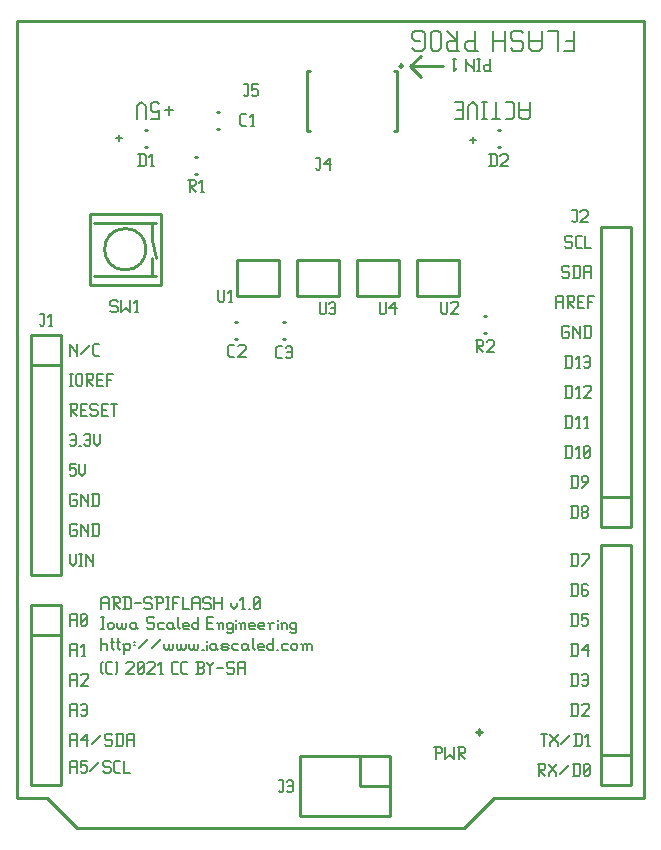
<source format=gbr>
G04 start of page 8 for group -4079 idx -4079 *
G04 Title: (unknown), topsilk *
G04 Creator: pcb 4.0.2 *
G04 CreationDate: Thu Oct 28 20:11:09 2021 UTC *
G04 For: ndholmes *
G04 Format: Gerber/RS-274X *
G04 PCB-Dimensions (mil): 2100.00 2700.00 *
G04 PCB-Coordinate-Origin: lower left *
%MOIN*%
%FSLAX25Y25*%
%LNTOPSILK*%
%ADD43C,0.0066*%
%ADD42C,0.0060*%
%ADD41C,0.0100*%
G54D41*X500Y269500D02*X209500D01*
Y10500D01*
X159500D02*X149500Y500D01*
X209500Y10500D02*X159500D01*
X153500Y32500D02*X155500D01*
X154500Y33500D02*Y31500D01*
X149500Y500D02*X20500D01*
X500Y10500D02*X10500D01*
X20500Y500D02*X10500Y10500D01*
X500D02*Y269500D01*
X131500Y254500D02*X142500D01*
X131500D02*X135000Y258000D01*
X131500Y254500D02*X135000Y251000D01*
G54D42*X18000Y22500D02*Y19000D01*
Y22500D02*X18500Y23000D01*
X20000D01*
X20500Y22500D01*
Y19000D01*
X18000Y21000D02*X20500D01*
X21700Y23000D02*X23700D01*
X21700D02*Y21000D01*
X22200Y21500D01*
X23200D01*
X23700Y21000D01*
Y19500D01*
X23200Y19000D02*X23700Y19500D01*
X22200Y19000D02*X23200D01*
X21700Y19500D02*X22200Y19000D01*
X24900Y19500D02*X27900Y22500D01*
X31100Y23000D02*X31600Y22500D01*
X29600Y23000D02*X31100D01*
X29100Y22500D02*X29600Y23000D01*
X29100Y22500D02*Y21500D01*
X29600Y21000D01*
X31100D01*
X31600Y20500D01*
Y19500D01*
X31100Y19000D02*X31600Y19500D01*
X29600Y19000D02*X31100D01*
X29100Y19500D02*X29600Y19000D01*
X33300D02*X34800D01*
X32800Y19500D02*X33300Y19000D01*
X32800Y22500D02*Y19500D01*
Y22500D02*X33300Y23000D01*
X34800D01*
X36000D02*Y19000D01*
X38000D01*
X18000Y31500D02*Y28000D01*
Y31500D02*X18500Y32000D01*
X20000D01*
X20500Y31500D01*
Y28000D01*
X18000Y30000D02*X20500D01*
X21700D02*X23700Y32000D01*
X21700Y30000D02*X24200D01*
X23700Y32000D02*Y28000D01*
X25400Y28500D02*X28400Y31500D01*
X31600Y32000D02*X32100Y31500D01*
X30100Y32000D02*X31600D01*
X29600Y31500D02*X30100Y32000D01*
X29600Y31500D02*Y30500D01*
X30100Y30000D01*
X31600D01*
X32100Y29500D01*
Y28500D01*
X31600Y28000D02*X32100Y28500D01*
X30100Y28000D02*X31600D01*
X29600Y28500D02*X30100Y28000D01*
X33800Y32000D02*Y28000D01*
X35300Y32000D02*X35800Y31500D01*
Y28500D01*
X35300Y28000D02*X35800Y28500D01*
X33300Y28000D02*X35300D01*
X33300Y32000D02*X35300D01*
X37000Y31500D02*Y28000D01*
Y31500D02*X37500Y32000D01*
X39000D01*
X39500Y31500D01*
Y28000D01*
X37000Y30000D02*X39500D01*
X18000Y41500D02*Y38000D01*
Y41500D02*X18500Y42000D01*
X20000D01*
X20500Y41500D01*
Y38000D01*
X18000Y40000D02*X20500D01*
X21700Y41500D02*X22200Y42000D01*
X23200D01*
X23700Y41500D01*
Y38500D01*
X23200Y38000D02*X23700Y38500D01*
X22200Y38000D02*X23200D01*
X21700Y38500D02*X22200Y38000D01*
Y40000D02*X23700D01*
X18000Y51500D02*Y48000D01*
Y51500D02*X18500Y52000D01*
X20000D01*
X20500Y51500D01*
Y48000D01*
X18000Y50000D02*X20500D01*
X21700Y51500D02*X22200Y52000D01*
X23700D01*
X24200Y51500D01*
Y50500D01*
X21700Y48000D02*X24200Y50500D01*
X21700Y48000D02*X24200D01*
X18000Y61500D02*Y58000D01*
Y61500D02*X18500Y62000D01*
X20000D01*
X20500Y61500D01*
Y58000D01*
X18000Y60000D02*X20500D01*
X22200Y58000D02*X23200D01*
X22700Y62000D02*Y58000D01*
X21700Y61000D02*X22700Y62000D01*
X18000Y71500D02*Y68000D01*
Y71500D02*X18500Y72000D01*
X20000D01*
X20500Y71500D01*
Y68000D01*
X18000Y70000D02*X20500D01*
X21700Y68500D02*X22200Y68000D01*
X21700Y71500D02*Y68500D01*
Y71500D02*X22200Y72000D01*
X23200D01*
X23700Y71500D01*
Y68500D01*
X23200Y68000D02*X23700Y68500D01*
X22200Y68000D02*X23200D01*
X21700Y69000D02*X23700Y71000D01*
X18000Y122000D02*X20000D01*
X18000D02*Y120000D01*
X18500Y120500D01*
X19500D01*
X20000Y120000D01*
Y118500D01*
X19500Y118000D02*X20000Y118500D01*
X18500Y118000D02*X19500D01*
X18000Y118500D02*X18500Y118000D01*
X21200Y122000D02*Y119000D01*
X22200Y118000D01*
X23200Y119000D01*
Y122000D02*Y119000D01*
X18000Y131500D02*X18500Y132000D01*
X19500D01*
X20000Y131500D01*
Y128500D01*
X19500Y128000D02*X20000Y128500D01*
X18500Y128000D02*X19500D01*
X18000Y128500D02*X18500Y128000D01*
Y130000D02*X20000D01*
X21200Y128000D02*X21700D01*
X22900Y131500D02*X23400Y132000D01*
X24400D01*
X24900Y131500D01*
Y128500D01*
X24400Y128000D02*X24900Y128500D01*
X23400Y128000D02*X24400D01*
X22900Y128500D02*X23400Y128000D01*
Y130000D02*X24900D01*
X26100Y132000D02*Y129000D01*
X27100Y128000D01*
X28100Y129000D01*
Y132000D02*Y129000D01*
X18000Y152000D02*X19000D01*
X18500D02*Y148000D01*
X18000D02*X19000D01*
X20200Y151500D02*Y148500D01*
Y151500D02*X20700Y152000D01*
X21700D01*
X22200Y151500D01*
Y148500D01*
X21700Y148000D02*X22200Y148500D01*
X20700Y148000D02*X21700D01*
X20200Y148500D02*X20700Y148000D01*
X23400Y152000D02*X25400D01*
X25900Y151500D01*
Y150500D01*
X25400Y150000D02*X25900Y150500D01*
X23900Y150000D02*X25400D01*
X23900Y152000D02*Y148000D01*
Y150000D02*X25900Y148000D01*
X27100Y150000D02*X28600D01*
X27100Y148000D02*X29100D01*
X27100Y152000D02*Y148000D01*
Y152000D02*X29100D01*
X30300D02*Y148000D01*
Y152000D02*X32300D01*
X30300Y150000D02*X31800D01*
X18000Y142000D02*X20000D01*
X20500Y141500D01*
Y140500D01*
X20000Y140000D02*X20500Y140500D01*
X18500Y140000D02*X20000D01*
X18500Y142000D02*Y138000D01*
Y140000D02*X20500Y138000D01*
X21700Y140000D02*X23200D01*
X21700Y138000D02*X23700D01*
X21700Y142000D02*Y138000D01*
Y142000D02*X23700D01*
X26900D02*X27400Y141500D01*
X25400Y142000D02*X26900D01*
X24900Y141500D02*X25400Y142000D01*
X24900Y141500D02*Y140500D01*
X25400Y140000D01*
X26900D01*
X27400Y139500D01*
Y138500D01*
X26900Y138000D02*X27400Y138500D01*
X25400Y138000D02*X26900D01*
X24900Y138500D02*X25400Y138000D01*
X28600Y140000D02*X30100D01*
X28600Y138000D02*X30600D01*
X28600Y142000D02*Y138000D01*
Y142000D02*X30600D01*
X31800D02*X33800D01*
X32800D02*Y138000D01*
X18000Y162000D02*Y158000D01*
Y162000D02*Y161500D01*
X20500Y159000D01*
Y162000D02*Y158000D01*
X21700Y158500D02*X24700Y161500D01*
X26400Y158000D02*X27900D01*
X25900Y158500D02*X26400Y158000D01*
X25900Y161500D02*Y158500D01*
Y161500D02*X26400Y162000D01*
X27900D01*
X33543Y230500D02*X35543D01*
X34543Y231500D02*Y229500D01*
X49620Y239820D02*X52500D01*
X51060Y241260D02*Y238380D01*
X45012Y236940D02*X47892D01*
Y239820D02*Y236940D01*
Y239820D02*X47172Y239100D01*
X45732D02*X47172D01*
X45732D02*X45012Y239820D01*
Y241980D02*Y239820D01*
X45732Y242700D02*X45012Y241980D01*
X45732Y242700D02*X47172D01*
X47892Y241980D02*X47172Y242700D01*
X43284Y241260D02*Y236940D01*
Y241260D02*X41844Y242700D01*
X40404Y241260D01*
Y236940D01*
X18000Y92000D02*Y89000D01*
X19000Y88000D01*
X20000Y89000D01*
Y92000D02*Y89000D01*
X21200Y92000D02*X22200D01*
X21700D02*Y88000D01*
X21200D02*X22200D01*
X23400Y92000D02*Y88000D01*
Y92000D02*Y91500D01*
X25900Y89000D01*
Y92000D02*Y88000D01*
X20000Y102000D02*X20500Y101500D01*
X18500Y102000D02*X20000D01*
X18000Y101500D02*X18500Y102000D01*
X18000Y101500D02*Y98500D01*
X18500Y98000D01*
X20000D01*
X20500Y98500D01*
Y99500D02*Y98500D01*
X20000Y100000D02*X20500Y99500D01*
X19000Y100000D02*X20000D01*
X21700Y102000D02*Y98000D01*
Y102000D02*Y101500D01*
X24200Y99000D01*
Y102000D02*Y98000D01*
X25900Y102000D02*Y98000D01*
X27400Y102000D02*X27900Y101500D01*
Y98500D01*
X27400Y98000D02*X27900Y98500D01*
X25400Y98000D02*X27400D01*
X25400Y102000D02*X27400D01*
X20000Y112000D02*X20500Y111500D01*
X18500Y112000D02*X20000D01*
X18000Y111500D02*X18500Y112000D01*
X18000Y111500D02*Y108500D01*
X18500Y108000D01*
X20000D01*
X20500Y108500D01*
Y109500D02*Y108500D01*
X20000Y110000D02*X20500Y109500D01*
X19000Y110000D02*X20000D01*
X21700Y112000D02*Y108000D01*
Y112000D02*Y111500D01*
X24200Y109000D01*
Y112000D02*Y108000D01*
X25900Y112000D02*Y108000D01*
X27400Y112000D02*X27900Y111500D01*
Y108500D01*
X27400Y108000D02*X27900Y108500D01*
X25400Y108000D02*X27400D01*
X25400Y112000D02*X27400D01*
X185500Y52000D02*Y48000D01*
X187000Y52000D02*X187500Y51500D01*
Y48500D01*
X187000Y48000D02*X187500Y48500D01*
X185000Y48000D02*X187000D01*
X185000Y52000D02*X187000D01*
X188700Y51500D02*X189200Y52000D01*
X190200D01*
X190700Y51500D01*
Y48500D01*
X190200Y48000D02*X190700Y48500D01*
X189200Y48000D02*X190200D01*
X188700Y48500D02*X189200Y48000D01*
Y50000D02*X190700D01*
X185500Y62000D02*Y58000D01*
X187000Y62000D02*X187500Y61500D01*
Y58500D01*
X187000Y58000D02*X187500Y58500D01*
X185000Y58000D02*X187000D01*
X185000Y62000D02*X187000D01*
X188700Y60000D02*X190700Y62000D01*
X188700Y60000D02*X191200D01*
X190700Y62000D02*Y58000D01*
X185500Y42000D02*Y38000D01*
X187000Y42000D02*X187500Y41500D01*
Y38500D01*
X187000Y38000D02*X187500Y38500D01*
X185000Y38000D02*X187000D01*
X185000Y42000D02*X187000D01*
X188700Y41500D02*X189200Y42000D01*
X190700D01*
X191200Y41500D01*
Y40500D01*
X188700Y38000D02*X191200Y40500D01*
X188700Y38000D02*X191200D01*
X174000Y22000D02*X176000D01*
X176500Y21500D01*
Y20500D01*
X176000Y20000D02*X176500Y20500D01*
X174500Y20000D02*X176000D01*
X174500Y22000D02*Y18000D01*
Y20000D02*X176500Y18000D01*
X177700Y22000D02*Y21500D01*
X180200Y19000D01*
Y18000D01*
X177700Y19000D02*Y18000D01*
Y19000D02*X180200Y21500D01*
Y22000D02*Y21500D01*
X181400Y18500D02*X184400Y21500D01*
X186100Y22000D02*Y18000D01*
X187600Y22000D02*X188100Y21500D01*
Y18500D01*
X187600Y18000D02*X188100Y18500D01*
X185600Y18000D02*X187600D01*
X185600Y22000D02*X187600D01*
X189300Y18500D02*X189800Y18000D01*
X189300Y21500D02*Y18500D01*
Y21500D02*X189800Y22000D01*
X190800D01*
X191300Y21500D01*
Y18500D01*
X190800Y18000D02*X191300Y18500D01*
X189800Y18000D02*X190800D01*
X189300Y19000D02*X191300Y21000D01*
X175000Y32000D02*X177000D01*
X176000D02*Y28000D01*
X178200Y32000D02*Y31500D01*
X180700Y29000D01*
Y28000D01*
X178200Y29000D02*Y28000D01*
Y29000D02*X180700Y31500D01*
Y32000D02*Y31500D01*
X181900Y28500D02*X184900Y31500D01*
X186600Y32000D02*Y28000D01*
X188100Y32000D02*X188600Y31500D01*
Y28500D01*
X188100Y28000D02*X188600Y28500D01*
X186100Y28000D02*X188100D01*
X186100Y32000D02*X188100D01*
X190300Y28000D02*X191300D01*
X190800Y32000D02*Y28000D01*
X189800Y31000D02*X190800Y32000D01*
X140000Y27500D02*Y23500D01*
X139500Y27500D02*X141500D01*
X142000Y27000D01*
Y26000D01*
X141500Y25500D02*X142000Y26000D01*
X140000Y25500D02*X141500D01*
X143200Y27500D02*Y23500D01*
X144700Y25000D01*
X146200Y23500D01*
Y27500D02*Y23500D01*
X147400Y27500D02*X149400D01*
X149900Y27000D01*
Y26000D01*
X149400Y25500D02*X149900Y26000D01*
X147900Y25500D02*X149400D01*
X147900Y27500D02*Y23500D01*
Y25500D02*X149900Y23500D01*
X185500Y82000D02*Y78000D01*
X187000Y82000D02*X187500Y81500D01*
Y78500D01*
X187000Y78000D02*X187500Y78500D01*
X185000Y78000D02*X187000D01*
X185000Y82000D02*X187000D01*
X190200D02*X190700Y81500D01*
X189200Y82000D02*X190200D01*
X188700Y81500D02*X189200Y82000D01*
X188700Y81500D02*Y78500D01*
X189200Y78000D01*
X190200Y80000D02*X190700Y79500D01*
X188700Y80000D02*X190200D01*
X189200Y78000D02*X190200D01*
X190700Y78500D01*
Y79500D02*Y78500D01*
X185500Y72000D02*Y68000D01*
X187000Y72000D02*X187500Y71500D01*
Y68500D01*
X187000Y68000D02*X187500Y68500D01*
X185000Y68000D02*X187000D01*
X185000Y72000D02*X187000D01*
X188700D02*X190700D01*
X188700D02*Y70000D01*
X189200Y70500D01*
X190200D01*
X190700Y70000D01*
Y68500D01*
X190200Y68000D02*X190700Y68500D01*
X189200Y68000D02*X190200D01*
X188700Y68500D02*X189200Y68000D01*
X28500Y64000D02*Y60000D01*
Y61500D02*X29000Y62000D01*
X30000D01*
X30500Y61500D01*
Y60000D01*
X32200Y64000D02*Y60500D01*
X32700Y60000D01*
X31700Y62500D02*X32700D01*
X34200Y64000D02*Y60500D01*
X34700Y60000D01*
X33700Y62500D02*X34700D01*
X36200Y61500D02*Y58500D01*
X35700Y62000D02*X36200Y61500D01*
X36700Y62000D01*
X37700D01*
X38200Y61500D01*
Y60500D01*
X37700Y60000D02*X38200Y60500D01*
X36700Y60000D02*X37700D01*
X36200Y60500D02*X36700Y60000D01*
X39400Y62500D02*X39900D01*
X39400Y61500D02*X39900D01*
X41100Y60500D02*X44100Y63500D01*
X45300Y60500D02*X48300Y63500D01*
X49500Y62000D02*Y60500D01*
X50000Y60000D01*
X50500D01*
X51000Y60500D01*
Y62000D02*Y60500D01*
X51500Y60000D01*
X52000D01*
X52500Y60500D01*
Y62000D02*Y60500D01*
X53700Y62000D02*Y60500D01*
X54200Y60000D01*
X54700D01*
X55200Y60500D01*
Y62000D02*Y60500D01*
X55700Y60000D01*
X56200D01*
X56700Y60500D01*
Y62000D02*Y60500D01*
X57900Y62000D02*Y60500D01*
X58400Y60000D01*
X58900D01*
X59400Y60500D01*
Y62000D02*Y60500D01*
X59900Y60000D01*
X60400D01*
X60900Y60500D01*
Y62000D02*Y60500D01*
X62100Y60000D02*X62600D01*
X63800Y63000D02*Y62500D01*
Y61500D02*Y60000D01*
X66300Y62000D02*X66800Y61500D01*
X65300Y62000D02*X66300D01*
X64800Y61500D02*X65300Y62000D01*
X64800Y61500D02*Y60500D01*
X65300Y60000D01*
X66800Y62000D02*Y60500D01*
X67300Y60000D01*
X65300D02*X66300D01*
X66800Y60500D01*
X69000Y60000D02*X70500D01*
X71000Y60500D01*
X70500Y61000D02*X71000Y60500D01*
X69000Y61000D02*X70500D01*
X68500Y61500D02*X69000Y61000D01*
X68500Y61500D02*X69000Y62000D01*
X70500D01*
X71000Y61500D01*
X68500Y60500D02*X69000Y60000D01*
X72700Y62000D02*X74200D01*
X72200Y61500D02*X72700Y62000D01*
X72200Y61500D02*Y60500D01*
X72700Y60000D01*
X74200D01*
X76900Y62000D02*X77400Y61500D01*
X75900Y62000D02*X76900D01*
X75400Y61500D02*X75900Y62000D01*
X75400Y61500D02*Y60500D01*
X75900Y60000D01*
X77400Y62000D02*Y60500D01*
X77900Y60000D01*
X75900D02*X76900D01*
X77400Y60500D01*
X79100Y64000D02*Y60500D01*
X79600Y60000D01*
X81100D02*X82600D01*
X80600Y60500D02*X81100Y60000D01*
X80600Y61500D02*Y60500D01*
Y61500D02*X81100Y62000D01*
X82100D01*
X82600Y61500D01*
X80600Y61000D02*X82600D01*
Y61500D02*Y61000D01*
X85800Y64000D02*Y60000D01*
X85300D02*X85800Y60500D01*
X84300Y60000D02*X85300D01*
X83800Y60500D02*X84300Y60000D01*
X83800Y61500D02*Y60500D01*
Y61500D02*X84300Y62000D01*
X85300D01*
X85800Y61500D01*
X87000Y60000D02*X87500D01*
X89200Y62000D02*X90700D01*
X88700Y61500D02*X89200Y62000D01*
X88700Y61500D02*Y60500D01*
X89200Y60000D01*
X90700D01*
X91900Y61500D02*Y60500D01*
Y61500D02*X92400Y62000D01*
X93400D01*
X93900Y61500D01*
Y60500D01*
X93400Y60000D02*X93900Y60500D01*
X92400Y60000D02*X93400D01*
X91900Y60500D02*X92400Y60000D01*
X95600Y61500D02*Y60000D01*
Y61500D02*X96100Y62000D01*
X96600D01*
X97100Y61500D01*
Y60000D01*
Y61500D02*X97600Y62000D01*
X98100D01*
X98600Y61500D01*
Y60000D01*
X95100Y62000D02*X95600Y61500D01*
X28500Y52500D02*X29000Y52000D01*
X28500Y55500D02*X29000Y56000D01*
X28500Y55500D02*Y52500D01*
X30700Y52000D02*X32200D01*
X30200Y52500D02*X30700Y52000D01*
X30200Y55500D02*Y52500D01*
Y55500D02*X30700Y56000D01*
X32200D01*
X33400D02*X33900Y55500D01*
Y52500D01*
X33400Y52000D02*X33900Y52500D01*
X36900Y55500D02*X37400Y56000D01*
X38900D01*
X39400Y55500D01*
Y54500D01*
X36900Y52000D02*X39400Y54500D01*
X36900Y52000D02*X39400D01*
X40600Y52500D02*X41100Y52000D01*
X40600Y55500D02*Y52500D01*
Y55500D02*X41100Y56000D01*
X42100D01*
X42600Y55500D01*
Y52500D01*
X42100Y52000D02*X42600Y52500D01*
X41100Y52000D02*X42100D01*
X40600Y53000D02*X42600Y55000D01*
X43800Y55500D02*X44300Y56000D01*
X45800D01*
X46300Y55500D01*
Y54500D01*
X43800Y52000D02*X46300Y54500D01*
X43800Y52000D02*X46300D01*
X48000D02*X49000D01*
X48500Y56000D02*Y52000D01*
X47500Y55000D02*X48500Y56000D01*
X52500Y52000D02*X54000D01*
X52000Y52500D02*X52500Y52000D01*
X52000Y55500D02*Y52500D01*
Y55500D02*X52500Y56000D01*
X54000D01*
X55700Y52000D02*X57200D01*
X55200Y52500D02*X55700Y52000D01*
X55200Y55500D02*Y52500D01*
Y55500D02*X55700Y56000D01*
X57200D01*
X60200Y52000D02*X62200D01*
X62700Y52500D01*
Y53500D02*Y52500D01*
X62200Y54000D02*X62700Y53500D01*
X60700Y54000D02*X62200D01*
X60700Y56000D02*Y52000D01*
X60200Y56000D02*X62200D01*
X62700Y55500D01*
Y54500D01*
X62200Y54000D02*X62700Y54500D01*
X63900Y56000D02*Y55500D01*
X64900Y54500D01*
X65900Y55500D01*
Y56000D02*Y55500D01*
X64900Y54500D02*Y52000D01*
X67100Y54000D02*X69100D01*
X72300Y56000D02*X72800Y55500D01*
X70800Y56000D02*X72300D01*
X70300Y55500D02*X70800Y56000D01*
X70300Y55500D02*Y54500D01*
X70800Y54000D01*
X72300D01*
X72800Y53500D01*
Y52500D01*
X72300Y52000D02*X72800Y52500D01*
X70800Y52000D02*X72300D01*
X70300Y52500D02*X70800Y52000D01*
X74000Y55500D02*Y52000D01*
Y55500D02*X74500Y56000D01*
X76000D01*
X76500Y55500D01*
Y52000D01*
X74000Y54000D02*X76500D01*
X28500Y71000D02*X29500D01*
X29000D02*Y67000D01*
X28500D02*X29500D01*
X30700Y68500D02*Y67500D01*
Y68500D02*X31200Y69000D01*
X32200D01*
X32700Y68500D01*
Y67500D01*
X32200Y67000D02*X32700Y67500D01*
X31200Y67000D02*X32200D01*
X30700Y67500D02*X31200Y67000D01*
X33900Y69000D02*Y67500D01*
X34400Y67000D01*
X34900D01*
X35400Y67500D01*
Y69000D02*Y67500D01*
X35900Y67000D01*
X36400D01*
X36900Y67500D01*
Y69000D02*Y67500D01*
X39600Y69000D02*X40100Y68500D01*
X38600Y69000D02*X39600D01*
X38100Y68500D02*X38600Y69000D01*
X38100Y68500D02*Y67500D01*
X38600Y67000D01*
X40100Y69000D02*Y67500D01*
X40600Y67000D01*
X38600D02*X39600D01*
X40100Y67500D01*
X45600Y71000D02*X46100Y70500D01*
X44100Y71000D02*X45600D01*
X43600Y70500D02*X44100Y71000D01*
X43600Y70500D02*Y69500D01*
X44100Y69000D01*
X45600D01*
X46100Y68500D01*
Y67500D01*
X45600Y67000D02*X46100Y67500D01*
X44100Y67000D02*X45600D01*
X43600Y67500D02*X44100Y67000D01*
X47800Y69000D02*X49300D01*
X47300Y68500D02*X47800Y69000D01*
X47300Y68500D02*Y67500D01*
X47800Y67000D01*
X49300D01*
X52000Y69000D02*X52500Y68500D01*
X51000Y69000D02*X52000D01*
X50500Y68500D02*X51000Y69000D01*
X50500Y68500D02*Y67500D01*
X51000Y67000D01*
X52500Y69000D02*Y67500D01*
X53000Y67000D01*
X51000D02*X52000D01*
X52500Y67500D01*
X54200Y71000D02*Y67500D01*
X54700Y67000D01*
X56200D02*X57700D01*
X55700Y67500D02*X56200Y67000D01*
X55700Y68500D02*Y67500D01*
Y68500D02*X56200Y69000D01*
X57200D01*
X57700Y68500D01*
X55700Y68000D02*X57700D01*
Y68500D02*Y68000D01*
X60900Y71000D02*Y67000D01*
X60400D02*X60900Y67500D01*
X59400Y67000D02*X60400D01*
X58900Y67500D02*X59400Y67000D01*
X58900Y68500D02*Y67500D01*
Y68500D02*X59400Y69000D01*
X60400D01*
X60900Y68500D01*
X63900Y69000D02*X65400D01*
X63900Y67000D02*X65900D01*
X63900Y71000D02*Y67000D01*
Y71000D02*X65900D01*
X67600Y68500D02*Y67000D01*
Y68500D02*X68100Y69000D01*
X68600D01*
X69100Y68500D01*
Y67000D01*
X67100Y69000D02*X67600Y68500D01*
X71800Y69000D02*X72300Y68500D01*
X70800Y69000D02*X71800D01*
X70300Y68500D02*X70800Y69000D01*
X70300Y68500D02*Y67500D01*
X70800Y67000D01*
X71800D01*
X72300Y67500D01*
X70300Y66000D02*X70800Y65500D01*
X71800D01*
X72300Y66000D01*
Y69000D02*Y66000D01*
X73500Y70000D02*Y69500D01*
Y68500D02*Y67000D01*
X75000Y68500D02*Y67000D01*
Y68500D02*X75500Y69000D01*
X76000D01*
X76500Y68500D01*
Y67000D01*
X74500Y69000D02*X75000Y68500D01*
X78200Y67000D02*X79700D01*
X77700Y67500D02*X78200Y67000D01*
X77700Y68500D02*Y67500D01*
Y68500D02*X78200Y69000D01*
X79200D01*
X79700Y68500D01*
X77700Y68000D02*X79700D01*
Y68500D02*Y68000D01*
X81400Y67000D02*X82900D01*
X80900Y67500D02*X81400Y67000D01*
X80900Y68500D02*Y67500D01*
Y68500D02*X81400Y69000D01*
X82400D01*
X82900Y68500D01*
X80900Y68000D02*X82900D01*
Y68500D02*Y68000D01*
X84600Y68500D02*Y67000D01*
Y68500D02*X85100Y69000D01*
X86100D01*
X84100D02*X84600Y68500D01*
X87300Y70000D02*Y69500D01*
Y68500D02*Y67000D01*
X88800Y68500D02*Y67000D01*
Y68500D02*X89300Y69000D01*
X89800D01*
X90300Y68500D01*
Y67000D01*
X88300Y69000D02*X88800Y68500D01*
X93000Y69000D02*X93500Y68500D01*
X92000Y69000D02*X93000D01*
X91500Y68500D02*X92000Y69000D01*
X91500Y68500D02*Y67500D01*
X92000Y67000D01*
X93000D01*
X93500Y67500D01*
X91500Y66000D02*X92000Y65500D01*
X93000D01*
X93500Y66000D01*
Y69000D02*Y66000D01*
X28500Y77000D02*Y73500D01*
Y77000D02*X29000Y77500D01*
X30500D01*
X31000Y77000D01*
Y73500D01*
X28500Y75500D02*X31000D01*
X32200Y77500D02*X34200D01*
X34700Y77000D01*
Y76000D01*
X34200Y75500D02*X34700Y76000D01*
X32700Y75500D02*X34200D01*
X32700Y77500D02*Y73500D01*
Y75500D02*X34700Y73500D01*
X36400Y77500D02*Y73500D01*
X37900Y77500D02*X38400Y77000D01*
Y74000D01*
X37900Y73500D02*X38400Y74000D01*
X35900Y73500D02*X37900D01*
X35900Y77500D02*X37900D01*
X39600Y75500D02*X41600D01*
X44800Y77500D02*X45300Y77000D01*
X43300Y77500D02*X44800D01*
X42800Y77000D02*X43300Y77500D01*
X42800Y77000D02*Y76000D01*
X43300Y75500D01*
X44800D01*
X45300Y75000D01*
Y74000D01*
X44800Y73500D02*X45300Y74000D01*
X43300Y73500D02*X44800D01*
X42800Y74000D02*X43300Y73500D01*
X47000Y77500D02*Y73500D01*
X46500Y77500D02*X48500D01*
X49000Y77000D01*
Y76000D01*
X48500Y75500D02*X49000Y76000D01*
X47000Y75500D02*X48500D01*
X50200Y77500D02*X51200D01*
X50700D02*Y73500D01*
X50200D02*X51200D01*
X52400Y77500D02*Y73500D01*
Y77500D02*X54400D01*
X52400Y75500D02*X53900D01*
X55600Y77500D02*Y73500D01*
X57600D01*
X58800Y77000D02*Y73500D01*
Y77000D02*X59300Y77500D01*
X60800D01*
X61300Y77000D01*
Y73500D01*
X58800Y75500D02*X61300D01*
X64500Y77500D02*X65000Y77000D01*
X63000Y77500D02*X64500D01*
X62500Y77000D02*X63000Y77500D01*
X62500Y77000D02*Y76000D01*
X63000Y75500D01*
X64500D01*
X65000Y75000D01*
Y74000D01*
X64500Y73500D02*X65000Y74000D01*
X63000Y73500D02*X64500D01*
X62500Y74000D02*X63000Y73500D01*
X66200Y77500D02*Y73500D01*
X68700Y77500D02*Y73500D01*
X66200Y75500D02*X68700D01*
X71700D02*Y74500D01*
X72700Y73500D01*
X73700Y74500D01*
Y75500D02*Y74500D01*
X75400Y73500D02*X76400D01*
X75900Y77500D02*Y73500D01*
X74900Y76500D02*X75900Y77500D01*
X77600Y73500D02*X78100D01*
X79300Y74000D02*X79800Y73500D01*
X79300Y77000D02*Y74000D01*
Y77000D02*X79800Y77500D01*
X80800D01*
X81300Y77000D01*
Y74000D01*
X80800Y73500D02*X81300Y74000D01*
X79800Y73500D02*X80800D01*
X79300Y74500D02*X81300Y76500D01*
X185500Y108000D02*Y104000D01*
X187000Y108000D02*X187500Y107500D01*
Y104500D01*
X187000Y104000D02*X187500Y104500D01*
X185000Y104000D02*X187000D01*
X185000Y108000D02*X187000D01*
X188700Y104500D02*X189200Y104000D01*
X188700Y105500D02*Y104500D01*
Y105500D02*X189200Y106000D01*
X190200D01*
X190700Y105500D01*
Y104500D01*
X190200Y104000D02*X190700Y104500D01*
X189200Y104000D02*X190200D01*
X188700Y106500D02*X189200Y106000D01*
X188700Y107500D02*Y106500D01*
Y107500D02*X189200Y108000D01*
X190200D01*
X190700Y107500D01*
Y106500D01*
X190200Y106000D02*X190700Y106500D01*
X183500Y138000D02*Y134000D01*
X185000Y138000D02*X185500Y137500D01*
Y134500D01*
X185000Y134000D02*X185500Y134500D01*
X183000Y134000D02*X185000D01*
X183000Y138000D02*X185000D01*
X187200Y134000D02*X188200D01*
X187700Y138000D02*Y134000D01*
X186700Y137000D02*X187700Y138000D01*
X189900Y134000D02*X190900D01*
X190400Y138000D02*Y134000D01*
X189400Y137000D02*X190400Y138000D01*
X183500Y128000D02*Y124000D01*
X185000Y128000D02*X185500Y127500D01*
Y124500D01*
X185000Y124000D02*X185500Y124500D01*
X183000Y124000D02*X185000D01*
X183000Y128000D02*X185000D01*
X187200Y124000D02*X188200D01*
X187700Y128000D02*Y124000D01*
X186700Y127000D02*X187700Y128000D01*
X189400Y124500D02*X189900Y124000D01*
X189400Y127500D02*Y124500D01*
Y127500D02*X189900Y128000D01*
X190900D01*
X191400Y127500D01*
Y124500D01*
X190900Y124000D02*X191400Y124500D01*
X189900Y124000D02*X190900D01*
X189400Y125000D02*X191400Y127000D01*
X185500Y118000D02*Y114000D01*
X187000Y118000D02*X187500Y117500D01*
Y114500D01*
X187000Y114000D02*X187500Y114500D01*
X185000Y114000D02*X187000D01*
X185000Y118000D02*X187000D01*
X188700Y114000D02*X190700Y116000D01*
Y117500D02*Y116000D01*
X190200Y118000D02*X190700Y117500D01*
X189200Y118000D02*X190200D01*
X188700Y117500D02*X189200Y118000D01*
X188700Y117500D02*Y116500D01*
X189200Y116000D01*
X190700D01*
X185500Y92000D02*Y88000D01*
X187000Y92000D02*X187500Y91500D01*
Y88500D01*
X187000Y88000D02*X187500Y88500D01*
X185000Y88000D02*X187000D01*
X185000Y92000D02*X187000D01*
X188700Y88000D02*X191200Y90500D01*
Y92000D02*Y90500D01*
X188700Y92000D02*X191200D01*
X183500Y158000D02*Y154000D01*
X185000Y158000D02*X185500Y157500D01*
Y154500D01*
X185000Y154000D02*X185500Y154500D01*
X183000Y154000D02*X185000D01*
X183000Y158000D02*X185000D01*
X187200Y154000D02*X188200D01*
X187700Y158000D02*Y154000D01*
X186700Y157000D02*X187700Y158000D01*
X189400Y157500D02*X189900Y158000D01*
X190900D01*
X191400Y157500D01*
Y154500D01*
X190900Y154000D02*X191400Y154500D01*
X189900Y154000D02*X190900D01*
X189400Y154500D02*X189900Y154000D01*
Y156000D02*X191400D01*
X183500Y148000D02*Y144000D01*
X185000Y148000D02*X185500Y147500D01*
Y144500D01*
X185000Y144000D02*X185500Y144500D01*
X183000Y144000D02*X185000D01*
X183000Y148000D02*X185000D01*
X187200Y144000D02*X188200D01*
X187700Y148000D02*Y144000D01*
X186700Y147000D02*X187700Y148000D01*
X189400Y147500D02*X189900Y148000D01*
X191400D01*
X191900Y147500D01*
Y146500D01*
X189400Y144000D02*X191900Y146500D01*
X189400Y144000D02*X191900D01*
X184000Y168000D02*X184500Y167500D01*
X182500Y168000D02*X184000D01*
X182000Y167500D02*X182500Y168000D01*
X182000Y167500D02*Y164500D01*
X182500Y164000D01*
X184000D01*
X184500Y164500D01*
Y165500D02*Y164500D01*
X184000Y166000D02*X184500Y165500D01*
X183000Y166000D02*X184000D01*
X185700Y168000D02*Y164000D01*
Y168000D02*Y167500D01*
X188200Y165000D01*
Y168000D02*Y164000D01*
X189900Y168000D02*Y164000D01*
X191400Y168000D02*X191900Y167500D01*
Y164500D01*
X191400Y164000D02*X191900Y164500D01*
X189400Y164000D02*X191400D01*
X189400Y168000D02*X191400D01*
X180000Y177500D02*Y174000D01*
Y177500D02*X180500Y178000D01*
X182000D01*
X182500Y177500D01*
Y174000D01*
X180000Y176000D02*X182500D01*
X183700Y178000D02*X185700D01*
X186200Y177500D01*
Y176500D01*
X185700Y176000D02*X186200Y176500D01*
X184200Y176000D02*X185700D01*
X184200Y178000D02*Y174000D01*
Y176000D02*X186200Y174000D01*
X187400Y176000D02*X188900D01*
X187400Y174000D02*X189400D01*
X187400Y178000D02*Y174000D01*
Y178000D02*X189400D01*
X190600D02*Y174000D01*
Y178000D02*X192600D01*
X190600Y176000D02*X192100D01*
X185000Y198000D02*X185500Y197500D01*
X183500Y198000D02*X185000D01*
X183000Y197500D02*X183500Y198000D01*
X183000Y197500D02*Y196500D01*
X183500Y196000D01*
X185000D01*
X185500Y195500D01*
Y194500D01*
X185000Y194000D02*X185500Y194500D01*
X183500Y194000D02*X185000D01*
X183000Y194500D02*X183500Y194000D01*
X187200D02*X188700D01*
X186700Y194500D02*X187200Y194000D01*
X186700Y197500D02*Y194500D01*
Y197500D02*X187200Y198000D01*
X188700D01*
X189900D02*Y194000D01*
X191900D01*
X158000Y257000D02*Y253000D01*
X156500D02*X158500D01*
X156500D02*X156000Y253500D01*
Y254500D02*Y253500D01*
X156500Y255000D02*X156000Y254500D01*
X156500Y255000D02*X158000D01*
X153800Y253000D02*X154800D01*
X154300Y257000D02*Y253000D01*
X153800Y257000D02*X154800D01*
X152600D02*Y253000D01*
Y253500D02*Y253000D01*
Y253500D02*X150100Y256000D01*
Y257000D02*Y253000D01*
X145600Y257000D02*X146600D01*
X146100D02*Y253000D01*
X147100Y254000D02*X146100Y253000D01*
G54D43*X186000Y266300D02*Y259660D01*
X182680D02*X186000D01*
X183510Y262980D02*X186000D01*
X180688Y266300D02*Y259660D01*
X177368Y266300D02*X180688D01*
X175376D02*Y260490D01*
X174546Y259660D01*
X172056D02*X174546D01*
X172056D02*X171226Y260490D01*
Y266300D02*Y260490D01*
Y262980D02*X175376D01*
X165914Y259660D02*X165084Y260490D01*
X165914Y259660D02*X168404D01*
X169234Y260490D02*X168404Y259660D01*
X169234Y262150D02*Y260490D01*
Y262150D02*X168404Y262980D01*
X165914D02*X168404D01*
X165914D02*X165084Y263810D01*
Y265470D02*Y263810D01*
X165914Y266300D02*X165084Y265470D01*
X165914Y266300D02*X168404D01*
X169234Y265470D02*X168404Y266300D01*
X163092D02*Y259660D01*
X158942Y266300D02*Y259660D01*
Y262980D02*X163092D01*
X153132Y266300D02*Y259660D01*
X150642D02*X153962D01*
X150642D02*X149812Y260490D01*
Y262150D02*Y260490D01*
X150642Y262980D02*X149812Y262150D01*
X150642Y262980D02*X153132D01*
X144500Y259660D02*X147820D01*
X144500D02*X143670Y260490D01*
Y262150D02*Y260490D01*
X144500Y262980D02*X143670Y262150D01*
X144500Y262980D02*X146990D01*
Y266300D02*Y259660D01*
Y262980D02*X143670Y266300D01*
X141678Y265470D02*Y260490D01*
X140848Y259660D01*
X139188D02*X140848D01*
X139188D02*X138358Y260490D01*
Y265470D02*Y260490D01*
X139188Y266300D02*X138358Y265470D01*
X139188Y266300D02*X140848D01*
X141678Y265470D02*X140848Y266300D01*
X133046Y259660D02*X132216Y260490D01*
X133046Y259660D02*X135536D01*
X136366Y260490D02*X135536Y259660D01*
X136366Y265470D02*Y260490D01*
Y265470D02*X135536Y266300D01*
X133046D02*X135536D01*
X133046D02*X132216Y265470D01*
Y263810D01*
X133046Y262980D02*X132216Y263810D01*
X133046Y262980D02*X134706D01*
G54D42*X151500Y230000D02*X153500D01*
X152500Y231000D02*Y229000D01*
X171500Y242700D02*Y237660D01*
X170780Y236940D01*
X168620D02*X170780D01*
X168620D02*X167900Y237660D01*
Y242700D02*Y237660D01*
Y239820D02*X171500D01*
X163292Y242700D02*X165452D01*
X166172Y241980D02*X165452Y242700D01*
X166172Y241980D02*Y237660D01*
X165452Y236940D01*
X163292D02*X165452D01*
X158684D02*X161564D01*
X160124Y242700D02*Y236940D01*
X155516D02*X156956D01*
X156236Y242700D02*Y236940D01*
X155516Y242700D02*X156956D01*
X153788Y241260D02*Y236940D01*
Y241260D02*X152348Y242700D01*
X150908Y241260D01*
Y236940D01*
X147020Y239820D02*X149180D01*
X146300Y242700D02*X149180D01*
Y236940D01*
X146300D02*X149180D01*
X184000Y188000D02*X184500Y187500D01*
X182500Y188000D02*X184000D01*
X182000Y187500D02*X182500Y188000D01*
X182000Y187500D02*Y186500D01*
X182500Y186000D01*
X184000D01*
X184500Y185500D01*
Y184500D01*
X184000Y184000D02*X184500Y184500D01*
X182500Y184000D02*X184000D01*
X182000Y184500D02*X182500Y184000D01*
X186200Y188000D02*Y184000D01*
X187700Y188000D02*X188200Y187500D01*
Y184500D01*
X187700Y184000D02*X188200Y184500D01*
X185700Y184000D02*X187700D01*
X185700Y188000D02*X187700D01*
X189400Y187500D02*Y184000D01*
Y187500D02*X189900Y188000D01*
X191400D01*
X191900Y187500D01*
Y184000D01*
X189400Y186000D02*X191900D01*
G54D41*X5000Y165000D02*Y85000D01*
X15000D01*
Y165000D01*
X5000D01*
Y155000D02*X15000D01*
Y165000D01*
X5000Y75000D02*Y15000D01*
X15000D01*
Y75000D01*
X5000D01*
Y65000D02*X15000D01*
Y75000D01*
X67107Y233745D02*X67893D01*
X67107Y239255D02*X67893D01*
X127000Y253000D02*Y233000D01*
X97000Y253000D02*Y233000D01*
X126000D02*X127000D01*
X97000D02*X98000D01*
X97000Y253000D02*X98000D01*
X126000D02*X127000D01*
X128500Y255000D02*G75*G03X128500Y255000I0J-500D01*G01*
X43107Y227745D02*X43893D01*
X43107Y233255D02*X43893D01*
X160650Y227745D02*X161436D01*
X160650Y233255D02*X161436D01*
X113900Y189800D02*X127800D01*
X113900D02*Y178000D01*
X127800D01*
Y189800D02*Y178000D01*
X93900Y189800D02*X107800D01*
X93900D02*Y178000D01*
X107800D01*
Y189800D02*Y178000D01*
X89107Y163745D02*X89893D01*
X89107Y169255D02*X89893D01*
X73107Y163745D02*X73893D01*
X73107Y169255D02*X73893D01*
X73900Y189800D02*X87800D01*
X73900D02*Y178000D01*
X87800D01*
Y189800D02*Y178000D01*
X59607Y224255D02*X60393D01*
X59607Y218745D02*X60393D01*
X24700Y205300D02*X48300D01*
X24700Y181700D02*X48300D01*
Y205300D02*Y181700D01*
X24700Y205300D02*Y181700D01*
X26175Y202350D02*X46825D01*
X26175Y184650D02*X46825D01*
X45350Y190550D02*Y184650D01*
Y202350D02*Y196450D01*
X46825Y190550D02*X45350Y196450D01*
X36500Y200400D02*G75*G03X36500Y200400I0J-6900D01*G01*
G75*G03X36500Y186600I0J-6900D01*G01*
X205000Y95000D02*Y15000D01*
X195000Y95000D02*X205000D01*
X195000D02*Y15000D01*
X205000D01*
X195000Y25000D02*X205000D01*
X195000D02*Y15000D01*
X205000Y201000D02*Y101000D01*
X195000Y201000D02*X205000D01*
X195000D02*Y101000D01*
X205000D01*
X195000Y111000D02*X205000D01*
X195000D02*Y101000D01*
X156107Y171255D02*X156893D01*
X156107Y165745D02*X156893D01*
X133900Y189800D02*X147800D01*
X133900D02*Y178000D01*
X147800D01*
Y189800D02*Y178000D01*
X94803Y24449D02*X124803D01*
X94803D02*Y4449D01*
X124803D01*
Y24449D02*Y4449D01*
X114803Y24449D02*Y14449D01*
X124803D01*
G54D42*X185500Y206500D02*X187000D01*
Y203000D01*
X186500Y202500D02*X187000Y203000D01*
X186000Y202500D02*X186500D01*
X185500Y203000D02*X186000Y202500D01*
X188200Y206000D02*X188700Y206500D01*
X190200D01*
X190700Y206000D01*
Y205000D01*
X188200Y202500D02*X190700Y205000D01*
X188200Y202500D02*X190700D01*
X8000Y172000D02*X9500D01*
Y168500D01*
X9000Y168000D02*X9500Y168500D01*
X8500Y168000D02*X9000D01*
X8000Y168500D02*X8500Y168000D01*
X11200D02*X12200D01*
X11700Y172000D02*Y168000D01*
X10700Y171000D02*X11700Y172000D01*
X71393Y157650D02*X72893D01*
X70893Y158150D02*X71393Y157650D01*
X70893Y161150D02*Y158150D01*
Y161150D02*X71393Y161650D01*
X72893D01*
X74093Y161150D02*X74593Y161650D01*
X76093D01*
X76593Y161150D01*
Y160150D01*
X74093Y157650D02*X76593Y160150D01*
X74093Y157650D02*X76593D01*
X67500Y180000D02*Y176500D01*
X68000Y176000D01*
X69000D01*
X69500Y176500D01*
Y180000D02*Y176500D01*
X71200Y176000D02*X72200D01*
X71700Y180000D02*Y176000D01*
X70700Y179000D02*X71700Y180000D01*
X33500Y176500D02*X34000Y176000D01*
X32000Y176500D02*X33500D01*
X31500Y176000D02*X32000Y176500D01*
X31500Y176000D02*Y175000D01*
X32000Y174500D01*
X33500D01*
X34000Y174000D01*
Y173000D01*
X33500Y172500D02*X34000Y173000D01*
X32000Y172500D02*X33500D01*
X31500Y173000D02*X32000Y172500D01*
X35200Y176500D02*Y172500D01*
X36700Y174000D01*
X38200Y172500D01*
Y176500D02*Y172500D01*
X39900D02*X40900D01*
X40400Y176500D02*Y172500D01*
X39400Y175500D02*X40400Y176500D01*
X75307Y234693D02*X76807D01*
X74807Y235193D02*X75307Y234693D01*
X74807Y238193D02*Y235193D01*
Y238193D02*X75307Y238693D01*
X76807D01*
X78507Y234693D02*X79507D01*
X79007Y238693D02*Y234693D01*
X78007Y237693D02*X79007Y238693D01*
X76000Y248500D02*X77500D01*
Y245000D01*
X77000Y244500D02*X77500Y245000D01*
X76500Y244500D02*X77000D01*
X76000Y245000D02*X76500Y244500D01*
X78700Y248500D02*X80700D01*
X78700D02*Y246500D01*
X79200Y247000D01*
X80200D01*
X80700Y246500D01*
Y245000D01*
X80200Y244500D02*X80700Y245000D01*
X79200Y244500D02*X80200D01*
X78700Y245000D02*X79200Y244500D01*
X57436Y216650D02*X59436D01*
X59936Y216150D01*
Y215150D01*
X59436Y214650D02*X59936Y215150D01*
X57936Y214650D02*X59436D01*
X57936Y216650D02*Y212650D01*
Y214650D02*X59936Y212650D01*
X61636D02*X62636D01*
X62136Y216650D02*Y212650D01*
X61136Y215650D02*X62136Y216650D01*
X41350Y225150D02*Y221150D01*
X42850Y225150D02*X43350Y224650D01*
Y221650D01*
X42850Y221150D02*X43350Y221650D01*
X40850Y221150D02*X42850D01*
X40850Y225150D02*X42850D01*
X45050Y221150D02*X46050D01*
X45550Y225150D02*Y221150D01*
X44550Y224150D02*X45550Y225150D01*
X158264D02*Y221150D01*
X159764Y225150D02*X160264Y224650D01*
Y221650D01*
X159764Y221150D02*X160264Y221650D01*
X157764Y221150D02*X159764D01*
X157764Y225150D02*X159764D01*
X161464Y224650D02*X161964Y225150D01*
X163464D01*
X163964Y224650D01*
Y223650D01*
X161464Y221150D02*X163964Y223650D01*
X161464Y221150D02*X163964D01*
X100000Y224000D02*X101500D01*
Y220500D01*
X101000Y220000D02*X101500Y220500D01*
X100500Y220000D02*X101000D01*
X100000Y220500D02*X100500Y220000D01*
X102700Y222000D02*X104700Y224000D01*
X102700Y222000D02*X105200D01*
X104700Y224000D02*Y220000D01*
X87307Y157150D02*X88807D01*
X86807Y157650D02*X87307Y157150D01*
X86807Y160650D02*Y157650D01*
Y160650D02*X87307Y161150D01*
X88807D01*
X90007Y160650D02*X90507Y161150D01*
X91507D01*
X92007Y160650D01*
Y157650D01*
X91507Y157150D02*X92007Y157650D01*
X90507Y157150D02*X91507D01*
X90007Y157650D02*X90507Y157150D01*
Y159150D02*X92007D01*
X121300Y175900D02*Y172400D01*
X121800Y171900D01*
X122800D01*
X123300Y172400D01*
Y175900D02*Y172400D01*
X124500Y173900D02*X126500Y175900D01*
X124500Y173900D02*X127000D01*
X126500Y175900D02*Y171900D01*
X153307Y163150D02*X155307D01*
X155807Y162650D01*
Y161650D01*
X155307Y161150D02*X155807Y161650D01*
X153807Y161150D02*X155307D01*
X153807Y163150D02*Y159150D01*
Y161150D02*X155807Y159150D01*
X157007Y162650D02*X157507Y163150D01*
X159007D01*
X159507Y162650D01*
Y161650D01*
X157007Y159150D02*X159507Y161650D01*
X157007Y159150D02*X159507D01*
X101300Y175900D02*Y172400D01*
X101800Y171900D01*
X102800D01*
X103300Y172400D01*
Y175900D02*Y172400D01*
X104500Y175400D02*X105000Y175900D01*
X106000D01*
X106500Y175400D01*
Y172400D01*
X106000Y171900D02*X106500Y172400D01*
X105000Y171900D02*X106000D01*
X104500Y172400D02*X105000Y171900D01*
Y173900D02*X106500D01*
X141800Y176000D02*Y172500D01*
X142300Y172000D01*
X143300D01*
X143800Y172500D01*
Y176000D02*Y172500D01*
X145000Y175500D02*X145500Y176000D01*
X147000D01*
X147500Y175500D01*
Y174500D01*
X145000Y172000D02*X147500Y174500D01*
X145000Y172000D02*X147500D01*
X87697Y16551D02*X89197D01*
Y13051D01*
X88697Y12551D02*X89197Y13051D01*
X88197Y12551D02*X88697D01*
X87697Y13051D02*X88197Y12551D01*
X90397Y16051D02*X90897Y16551D01*
X91897D01*
X92397Y16051D01*
Y13051D01*
X91897Y12551D02*X92397Y13051D01*
X90897Y12551D02*X91897D01*
X90397Y13051D02*X90897Y12551D01*
Y14551D02*X92397D01*
M02*

</source>
